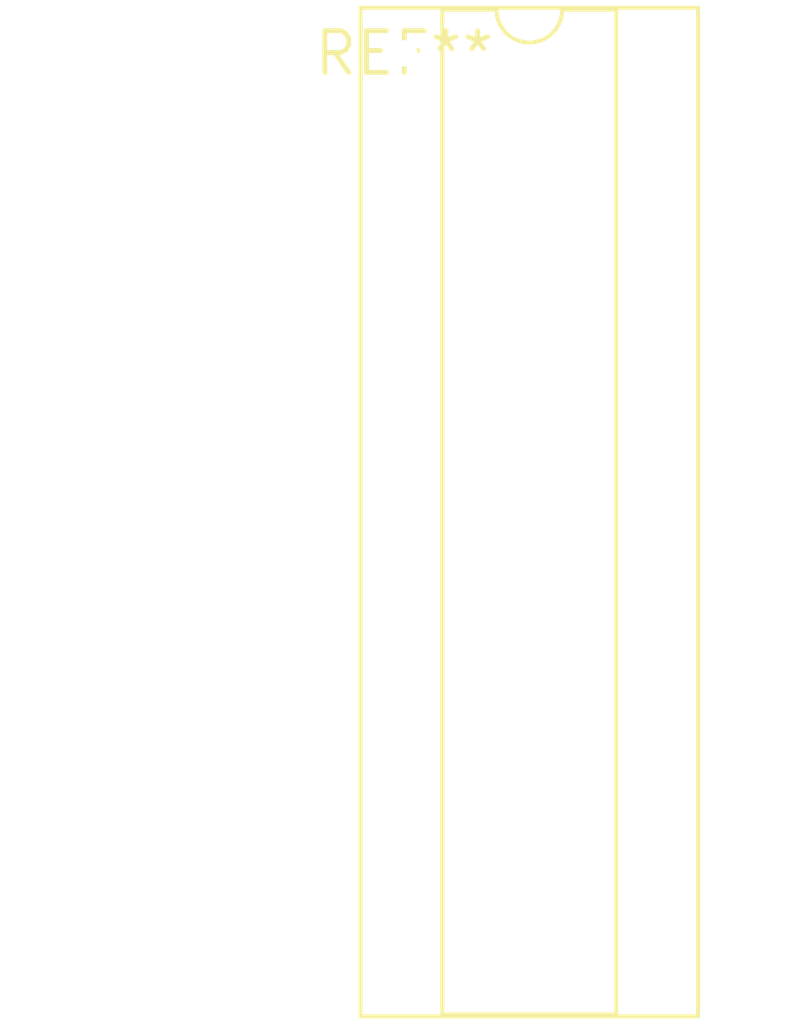
<source format=kicad_pcb>
(kicad_pcb (version 20240108) (generator pcbnew)
  (layers (0 "F.Cu" signal) (31 "B.Cu" signal) (34 "B.Paste" user) (35 "F.Paste" user) (36 "B.SilkS" user "B.Silkscreen") (37 "F.SilkS" user "F.Silkscreen") (38 "B.Mask" user) (39 "F.Mask" user) (44 "Edge.Cuts" user))
  (net 0 "")
  (footprint "DIP-24_W7.62mm_Socket" (layer "F.Cu") (at 0 0)
    (property "Reference" "REF**")
    (property "Value" "DIP-24_W7.62mm_Socket")
    (fp_line (start -1.33 -1.39) (end -1.33 29.33) (layer "F.SilkS") (stroke (width 0.12)))
    (fp_line (start -1.33 29.33) (end 8.95 29.33) (layer "F.SilkS") (stroke (width 0.12)))
    (fp_line (start 1.16 -1.33) (end 1.16 29.27) (layer "F.SilkS") (stroke (width 0.12)))
    (fp_line (start 1.16 29.27) (end 6.46 29.27) (layer "F.SilkS") (stroke (width 0.12)))
    (fp_line (start 2.81 -1.33) (end 1.16 -1.33) (layer "F.SilkS") (stroke (width 0.12)))
    (fp_line (start 6.46 -1.33) (end 4.81 -1.33) (layer "F.SilkS") (stroke (width 0.12)))
    (fp_line (start 6.46 29.27) (end 6.46 -1.33) (layer "F.SilkS") (stroke (width 0.12)))
    (fp_line (start 8.95 -1.39) (end -1.33 -1.39) (layer "F.SilkS") (stroke (width 0.12)))
    (fp_line (start 8.95 29.33) (end 8.95 -1.39) (layer "F.SilkS") (stroke (width 0.12)))
    (fp_arc (start 4.81 -1.33) (mid 3.81 -0.33) (end 2.81 -1.33) (layer "F.SilkS") (stroke (width 0.12)))
    (pad "1" thru_hole rect (at 0 0) (size 1.6 1.6) (drill 0.8) (layers *.Cu *.Mask) (remove_unused_layers))
    (pad "2" thru_hole oval (at 0 2.54) (size 1.6 1.6) (drill 0.8) (layers *.Cu *.Mask) (remove_unused_layers))
    (pad "3" thru_hole oval (at 0 5.08) (size 1.6 1.6) (drill 0.8) (layers *.Cu *.Mask) (remove_unused_layers))
    (pad "4" thru_hole oval (at 0 7.62) (size 1.6 1.6) (drill 0.8) (layers *.Cu *.Mask) (remove_unused_layers))
    (pad "5" thru_hole oval (at 0 10.16) (size 1.6 1.6) (drill 0.8) (layers *.Cu *.Mask) (remove_unused_layers))
    (pad "6" thru_hole oval (at 0 12.7) (size 1.6 1.6) (drill 0.8) (layers *.Cu *.Mask) (remove_unused_layers))
    (pad "7" thru_hole oval (at 0 15.24) (size 1.6 1.6) (drill 0.8) (layers *.Cu *.Mask) (remove_unused_layers))
    (pad "8" thru_hole oval (at 0 17.78) (size 1.6 1.6) (drill 0.8) (layers *.Cu *.Mask) (remove_unused_layers))
    (pad "9" thru_hole oval (at 0 20.32) (size 1.6 1.6) (drill 0.8) (layers *.Cu *.Mask) (remove_unused_layers))
    (pad "10" thru_hole oval (at 0 22.86) (size 1.6 1.6) (drill 0.8) (layers *.Cu *.Mask) (remove_unused_layers))
    (pad "11" thru_hole oval (at 0 25.4) (size 1.6 1.6) (drill 0.8) (layers *.Cu *.Mask) (remove_unused_layers))
    (pad "12" thru_hole oval (at 0 27.94) (size 1.6 1.6) (drill 0.8) (layers *.Cu *.Mask) (remove_unused_layers))
    (pad "13" thru_hole oval (at 7.62 27.94) (size 1.6 1.6) (drill 0.8) (layers *.Cu *.Mask) (remove_unused_layers))
    (pad "14" thru_hole oval (at 7.62 25.4) (size 1.6 1.6) (drill 0.8) (layers *.Cu *.Mask) (remove_unused_layers))
    (pad "15" thru_hole oval (at 7.62 22.86) (size 1.6 1.6) (drill 0.8) (layers *.Cu *.Mask) (remove_unused_layers))
    (pad "16" thru_hole oval (at 7.62 20.32) (size 1.6 1.6) (drill 0.8) (layers *.Cu *.Mask) (remove_unused_layers))
    (pad "17" thru_hole oval (at 7.62 17.78) (size 1.6 1.6) (drill 0.8) (layers *.Cu *.Mask) (remove_unused_layers))
    (pad "18" thru_hole oval (at 7.62 15.24) (size 1.6 1.6) (drill 0.8) (layers *.Cu *.Mask) (remove_unused_layers))
    (pad "19" thru_hole oval (at 7.62 12.7) (size 1.6 1.6) (drill 0.8) (layers *.Cu *.Mask) (remove_unused_layers))
    (pad "20" thru_hole oval (at 7.62 10.16) (size 1.6 1.6) (drill 0.8) (layers *.Cu *.Mask) (remove_unused_layers))
    (pad "21" thru_hole oval (at 7.62 7.62) (size 1.6 1.6) (drill 0.8) (layers *.Cu *.Mask) (remove_unused_layers))
    (pad "22" thru_hole oval (at 7.62 5.08) (size 1.6 1.6) (drill 0.8) (layers *.Cu *.Mask) (remove_unused_layers))
    (pad "23" thru_hole oval (at 7.62 2.54) (size 1.6 1.6) (drill 0.8) (layers *.Cu *.Mask) (remove_unused_layers))
    (pad "24" thru_hole oval (at 7.62 0) (size 1.6 1.6) (drill 0.8) (layers *.Cu *.Mask) (remove_unused_layers))
  )
)
</source>
